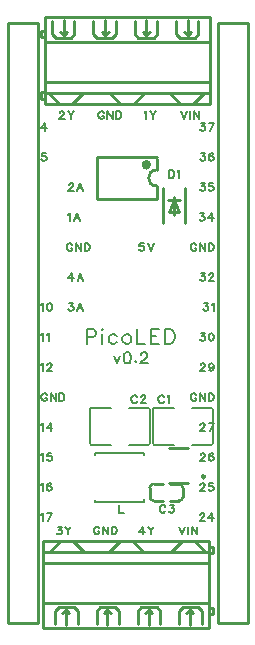
<source format=gto>
G04 Layer: TopSilkscreenLayer*
G04 EasyEDA Pro v2.2.39.2, 2025-05-20 15:29:26*
G04 Gerber Generator version 0.3*
G04 Scale: 100 percent, Rotated: No, Reflected: No*
G04 Dimensions in millimeters*
G04 Leading zeros omitted, absolute positions, 4 integers and 5 decimals*
G04 Generated by one-click*
%FSLAX45Y45*%
%MOMM*%
%ADD10C,0.1524*%
%ADD11C,0.2032*%
%ADD12C,0.254*%
%ADD13C,0.15001*%
%ADD14C,0.4*%
%ADD15C,0.2577*%
G75*


G04 Text Start*
G54D10*
G01X422783Y-4268216D02*
G01X456819Y-4268216D01*
G01X438277Y-4292854D01*
G01X447675Y-4292854D01*
G01X453771Y-4295902D01*
G01X456819Y-4299204D01*
G01X460121Y-4308348D01*
G01X460121Y-4314698D01*
G01X456819Y-4323842D01*
G01X450723Y-4330192D01*
G01X441579Y-4333240D01*
G01X432181Y-4333240D01*
G01X422783Y-4330192D01*
G01X419735Y-4326890D01*
G01X416687Y-4320794D01*
G01X490347Y-4268216D02*
G01X514985Y-4299204D01*
G01X514985Y-4333240D01*
G01X539877Y-4268216D02*
G01X514985Y-4299204D01*
G01X1146175Y-4268216D02*
G01X1115187Y-4311396D01*
G01X1161669Y-4311396D01*
G01X1146175Y-4268216D02*
G01X1146175Y-4333240D01*
G01X1191895Y-4268216D02*
G01X1216533Y-4299204D01*
G01X1216533Y-4333240D01*
G01X1241425Y-4268216D02*
G01X1216533Y-4299204D01*
G01X1451737Y-4268216D02*
G01X1476629Y-4333240D01*
G01X1501267Y-4268216D02*
G01X1476629Y-4333240D01*
G01X1531493Y-4268216D02*
G01X1531493Y-4333240D01*
G01X1561719Y-4268216D02*
G01X1561719Y-4333240D01*
G01X1561719Y-4268216D02*
G01X1604899Y-4333240D01*
G01X1604899Y-4268216D02*
G01X1604899Y-4333240D01*
G01X778129Y-4283710D02*
G01X775081Y-4277360D01*
G01X768731Y-4271264D01*
G01X762635Y-4268216D01*
G01X750189Y-4268216D01*
G01X744093Y-4271264D01*
G01X737743Y-4277360D01*
G01X734695Y-4283710D01*
G01X731647Y-4292854D01*
G01X731647Y-4308348D01*
G01X734695Y-4317746D01*
G01X737743Y-4323842D01*
G01X744093Y-4330192D01*
G01X750189Y-4333240D01*
G01X762635Y-4333240D01*
G01X768731Y-4330192D01*
G01X775081Y-4323842D01*
G01X778129Y-4317746D01*
G01X778129Y-4308348D01*
G01X762635Y-4308348D02*
G01X778129Y-4308348D01*
G01X808355Y-4268216D02*
G01X808355Y-4333240D01*
G01X808355Y-4268216D02*
G01X851535Y-4333240D01*
G01X851535Y-4268216D02*
G01X851535Y-4333240D01*
G01X881761Y-4268216D02*
G01X881761Y-4333240D01*
G01X881761Y-4268216D02*
G01X903351Y-4268216D01*
G01X912495Y-4271264D01*
G01X918845Y-4277360D01*
G01X921893Y-4283710D01*
G01X924941Y-4292854D01*
G01X924941Y-4308348D01*
G01X921893Y-4317746D01*
G01X918845Y-4323842D01*
G01X912495Y-4330192D01*
G01X903351Y-4333240D01*
G01X881761Y-4333240D01*
G01X1467231Y-750316D02*
G01X1492123Y-815340D01*
G01X1516761Y-750316D02*
G01X1492123Y-815340D01*
G01X1546987Y-750316D02*
G01X1546987Y-815340D01*
G01X1577213Y-750316D02*
G01X1577213Y-815340D01*
G01X1577213Y-750316D02*
G01X1620393Y-815340D01*
G01X1620393Y-750316D02*
G01X1620393Y-815340D01*
G01X1159764Y-762762D02*
G01X1165860Y-759460D01*
G01X1175258Y-750316D01*
G01X1175258Y-815340D01*
G01X1205484Y-750316D02*
G01X1230122Y-781304D01*
G01X1230122Y-815340D01*
G01X1255014Y-750316D02*
G01X1230122Y-781304D01*
G01X815213Y-765810D02*
G01X812165Y-759460D01*
G01X805815Y-753364D01*
G01X799719Y-750316D01*
G01X787273Y-750316D01*
G01X781177Y-753364D01*
G01X774827Y-759460D01*
G01X771779Y-765810D01*
G01X768731Y-774954D01*
G01X768731Y-790448D01*
G01X771779Y-799846D01*
G01X774827Y-805942D01*
G01X781177Y-812292D01*
G01X787273Y-815340D01*
G01X799719Y-815340D01*
G01X805815Y-812292D01*
G01X812165Y-805942D01*
G01X815213Y-799846D01*
G01X815213Y-790448D01*
G01X799719Y-790448D02*
G01X815213Y-790448D01*
G01X845439Y-750316D02*
G01X845439Y-815340D01*
G01X845439Y-750316D02*
G01X888619Y-815340D01*
G01X888619Y-750316D02*
G01X888619Y-815340D01*
G01X918845Y-750316D02*
G01X918845Y-815340D01*
G01X918845Y-750316D02*
G01X940435Y-750316D01*
G01X949579Y-753364D01*
G01X955929Y-759460D01*
G01X958977Y-765810D01*
G01X962025Y-774954D01*
G01X962025Y-790448D01*
G01X958977Y-799846D01*
G01X955929Y-805942D01*
G01X949579Y-812292D01*
G01X940435Y-815340D01*
G01X918845Y-815340D01*
G01X441579Y-765810D02*
G01X441579Y-762762D01*
G01X444627Y-756412D01*
G01X447929Y-753364D01*
G01X454025Y-750316D01*
G01X466471Y-750316D01*
G01X472567Y-753364D01*
G01X475615Y-756412D01*
G01X478663Y-762762D01*
G01X478663Y-768858D01*
G01X475615Y-774954D01*
G01X469519Y-784352D01*
G01X438531Y-815340D01*
G01X481965Y-815340D01*
G01X512191Y-750316D02*
G01X536829Y-781304D01*
G01X536829Y-815340D01*
G01X561721Y-750316D02*
G01X536829Y-781304D01*
G01X518668Y-1375410D02*
G01X518668Y-1372362D01*
G01X521716Y-1366012D01*
G01X525018Y-1362964D01*
G01X531114Y-1359916D01*
G01X543560Y-1359916D01*
G01X549656Y-1362964D01*
G01X552704Y-1366012D01*
G01X555752Y-1372362D01*
G01X555752Y-1378458D01*
G01X552704Y-1384554D01*
G01X546608Y-1393952D01*
G01X515620Y-1424940D01*
G01X559054Y-1424940D01*
G01X613918Y-1359916D02*
G01X589280Y-1424940D01*
G01X613918Y-1359916D02*
G01X638810Y-1424940D01*
G01X598424Y-1403096D02*
G01X629412Y-1403096D01*
G01X515620Y-1626362D02*
G01X521716Y-1623060D01*
G01X531114Y-1613916D01*
G01X531114Y-1678940D01*
G01X585978Y-1613916D02*
G01X561340Y-1678940D01*
G01X585978Y-1613916D02*
G01X610870Y-1678940D01*
G01X570484Y-1657096D02*
G01X601472Y-1657096D01*
G01X546608Y-2121916D02*
G01X515620Y-2165096D01*
G01X562102Y-2165096D01*
G01X546608Y-2121916D02*
G01X546608Y-2186940D01*
G01X616966Y-2121916D02*
G01X592328Y-2186940D01*
G01X616966Y-2121916D02*
G01X641858Y-2186940D01*
G01X601472Y-2165096D02*
G01X632460Y-2165096D01*
G01X521716Y-2375916D02*
G01X555752Y-2375916D01*
G01X537210Y-2400554D01*
G01X546608Y-2400554D01*
G01X552704Y-2403602D01*
G01X555752Y-2406904D01*
G01X559054Y-2416048D01*
G01X559054Y-2422398D01*
G01X555752Y-2431542D01*
G01X549656Y-2437892D01*
G01X540512Y-2440940D01*
G01X531114Y-2440940D01*
G01X521716Y-2437892D01*
G01X518668Y-2434590D01*
G01X515620Y-2428494D01*
G01X613918Y-2375916D02*
G01X589280Y-2440940D01*
G01X613918Y-2375916D02*
G01X638810Y-2440940D01*
G01X598424Y-2419096D02*
G01X629412Y-2419096D01*
G01X333502Y-3153410D02*
G01X330454Y-3147060D01*
G01X324104Y-3140964D01*
G01X318008Y-3137916D01*
G01X305562Y-3137916D01*
G01X299466Y-3140964D01*
G01X293116Y-3147060D01*
G01X290068Y-3153410D01*
G01X287020Y-3162554D01*
G01X287020Y-3178048D01*
G01X290068Y-3187446D01*
G01X293116Y-3193542D01*
G01X299466Y-3199892D01*
G01X305562Y-3202940D01*
G01X318008Y-3202940D01*
G01X324104Y-3199892D01*
G01X330454Y-3193542D01*
G01X333502Y-3187446D01*
G01X333502Y-3178048D01*
G01X318008Y-3178048D02*
G01X333502Y-3178048D01*
G01X363728Y-3137916D02*
G01X363728Y-3202940D01*
G01X363728Y-3137916D02*
G01X406908Y-3202940D01*
G01X406908Y-3137916D02*
G01X406908Y-3202940D01*
G01X437134Y-3137916D02*
G01X437134Y-3202940D01*
G01X437134Y-3137916D02*
G01X458724Y-3137916D01*
G01X467868Y-3140964D01*
G01X474218Y-3147060D01*
G01X477266Y-3153410D01*
G01X480314Y-3162554D01*
G01X480314Y-3178048D01*
G01X477266Y-3187446D01*
G01X474218Y-3193542D01*
G01X467868Y-3199892D01*
G01X458724Y-3202940D01*
G01X437134Y-3202940D01*
G01X1150874Y-1867916D02*
G01X1119886Y-1867916D01*
G01X1116838Y-1895602D01*
G01X1119886Y-1892554D01*
G01X1129284Y-1889506D01*
G01X1138682Y-1889506D01*
G01X1147826Y-1892554D01*
G01X1153922Y-1898904D01*
G01X1157224Y-1908048D01*
G01X1157224Y-1914398D01*
G01X1153922Y-1923542D01*
G01X1147826Y-1929892D01*
G01X1138682Y-1932940D01*
G01X1129284Y-1932940D01*
G01X1119886Y-1929892D01*
G01X1116838Y-1926590D01*
G01X1113790Y-1920494D01*
G01X1187450Y-1867916D02*
G01X1212088Y-1932940D01*
G01X1236980Y-1867916D02*
G01X1212088Y-1932940D01*
G01X287020Y-2388362D02*
G01X293116Y-2385060D01*
G01X302514Y-2375916D01*
G01X302514Y-2440940D01*
G01X351282Y-2375916D02*
G01X341884Y-2378964D01*
G01X335788Y-2388362D01*
G01X332740Y-2403602D01*
G01X332740Y-2413000D01*
G01X335788Y-2428494D01*
G01X341884Y-2437892D01*
G01X351282Y-2440940D01*
G01X357378Y-2440940D01*
G01X366776Y-2437892D01*
G01X372872Y-2428494D01*
G01X375920Y-2413000D01*
G01X375920Y-2403602D01*
G01X372872Y-2388362D01*
G01X366776Y-2378964D01*
G01X357378Y-2375916D01*
G01X351282Y-2375916D01*
G01X287020Y-3912362D02*
G01X293116Y-3909060D01*
G01X302514Y-3899916D01*
G01X302514Y-3964940D01*
G01X369824Y-3909060D02*
G01X366776Y-3902964D01*
G01X357378Y-3899916D01*
G01X351282Y-3899916D01*
G01X341884Y-3902964D01*
G01X335788Y-3912362D01*
G01X332740Y-3927602D01*
G01X332740Y-3943096D01*
G01X335788Y-3955542D01*
G01X341884Y-3961892D01*
G01X351282Y-3964940D01*
G01X354330Y-3964940D01*
G01X363474Y-3961892D01*
G01X369824Y-3955542D01*
G01X372872Y-3946398D01*
G01X372872Y-3943096D01*
G01X369824Y-3933952D01*
G01X363474Y-3927602D01*
G01X354330Y-3924554D01*
G01X351282Y-3924554D01*
G01X341884Y-3927602D01*
G01X335788Y-3933952D01*
G01X332740Y-3943096D01*
G01X318008Y-851916D02*
G01X287020Y-895096D01*
G01X333502Y-895096D01*
G01X318008Y-851916D02*
G01X318008Y-916940D01*
G01X324104Y-1105916D02*
G01X293116Y-1105916D01*
G01X290068Y-1133602D01*
G01X293116Y-1130554D01*
G01X302514Y-1127506D01*
G01X311912Y-1127506D01*
G01X321056Y-1130554D01*
G01X327152Y-1136904D01*
G01X330454Y-1146048D01*
G01X330454Y-1152398D01*
G01X327152Y-1161542D01*
G01X321056Y-1167892D01*
G01X311912Y-1170940D01*
G01X302514Y-1170940D01*
G01X293116Y-1167892D01*
G01X290068Y-1164590D01*
G01X287020Y-1158494D01*
G01X549402Y-1883410D02*
G01X546354Y-1877060D01*
G01X540004Y-1870964D01*
G01X533908Y-1867916D01*
G01X521462Y-1867916D01*
G01X515366Y-1870964D01*
G01X509016Y-1877060D01*
G01X505968Y-1883410D01*
G01X502920Y-1892554D01*
G01X502920Y-1908048D01*
G01X505968Y-1917446D01*
G01X509016Y-1923542D01*
G01X515366Y-1929892D01*
G01X521462Y-1932940D01*
G01X533908Y-1932940D01*
G01X540004Y-1929892D01*
G01X546354Y-1923542D01*
G01X549402Y-1917446D01*
G01X549402Y-1908048D01*
G01X533908Y-1908048D02*
G01X549402Y-1908048D01*
G01X579628Y-1867916D02*
G01X579628Y-1932940D01*
G01X579628Y-1867916D02*
G01X622808Y-1932940D01*
G01X622808Y-1867916D02*
G01X622808Y-1932940D01*
G01X653034Y-1867916D02*
G01X653034Y-1932940D01*
G01X653034Y-1867916D02*
G01X674624Y-1867916D01*
G01X683768Y-1870964D01*
G01X690118Y-1877060D01*
G01X693166Y-1883410D01*
G01X696214Y-1892554D01*
G01X696214Y-1908048D01*
G01X693166Y-1917446D01*
G01X690118Y-1923542D01*
G01X683768Y-1929892D01*
G01X674624Y-1932940D01*
G01X653034Y-1932940D01*
G01X1662176Y-2375916D02*
G01X1696212Y-2375916D01*
G01X1677670Y-2400554D01*
G01X1687068Y-2400554D01*
G01X1693164Y-2403602D01*
G01X1696212Y-2406904D01*
G01X1699514Y-2416048D01*
G01X1699514Y-2422398D01*
G01X1696212Y-2431542D01*
G01X1690116Y-2437892D01*
G01X1680972Y-2440940D01*
G01X1671574Y-2440940D01*
G01X1662176Y-2437892D01*
G01X1659128Y-2434590D01*
G01X1656080Y-2428494D01*
G01X1729740Y-2388362D02*
G01X1735836Y-2385060D01*
G01X1744980Y-2375916D01*
G01X1744980Y-2440940D01*
G01X1631188Y-3915410D02*
G01X1631188Y-3912362D01*
G01X1634236Y-3906012D01*
G01X1637538Y-3902964D01*
G01X1643634Y-3899916D01*
G01X1656080Y-3899916D01*
G01X1662176Y-3902964D01*
G01X1665224Y-3906012D01*
G01X1668272Y-3912362D01*
G01X1668272Y-3918458D01*
G01X1665224Y-3924554D01*
G01X1659128Y-3933952D01*
G01X1628140Y-3964940D01*
G01X1671574Y-3964940D01*
G01X1738884Y-3899916D02*
G01X1707896Y-3899916D01*
G01X1704848Y-3927602D01*
G01X1707896Y-3924554D01*
G01X1717040Y-3921506D01*
G01X1726438Y-3921506D01*
G01X1735836Y-3924554D01*
G01X1741932Y-3930904D01*
G01X1744980Y-3940048D01*
G01X1744980Y-3946398D01*
G01X1741932Y-3955542D01*
G01X1735836Y-3961892D01*
G01X1726438Y-3964940D01*
G01X1717040Y-3964940D01*
G01X1707896Y-3961892D01*
G01X1704848Y-3958590D01*
G01X1701800Y-3952494D01*
G01X1598168Y-3153410D02*
G01X1595120Y-3147060D01*
G01X1588770Y-3140964D01*
G01X1582674Y-3137916D01*
G01X1570228Y-3137916D01*
G01X1564132Y-3140964D01*
G01X1557782Y-3147060D01*
G01X1554734Y-3153410D01*
G01X1551686Y-3162554D01*
G01X1551686Y-3178048D01*
G01X1554734Y-3187446D01*
G01X1557782Y-3193542D01*
G01X1564132Y-3199892D01*
G01X1570228Y-3202940D01*
G01X1582674Y-3202940D01*
G01X1588770Y-3199892D01*
G01X1595120Y-3193542D01*
G01X1598168Y-3187446D01*
G01X1598168Y-3178048D01*
G01X1582674Y-3178048D02*
G01X1598168Y-3178048D01*
G01X1628394Y-3137916D02*
G01X1628394Y-3202940D01*
G01X1628394Y-3137916D02*
G01X1671574Y-3202940D01*
G01X1671574Y-3137916D02*
G01X1671574Y-3202940D01*
G01X1701800Y-3137916D02*
G01X1701800Y-3202940D01*
G01X1701800Y-3137916D02*
G01X1723390Y-3137916D01*
G01X1732534Y-3140964D01*
G01X1738884Y-3147060D01*
G01X1741932Y-3153410D01*
G01X1744980Y-3162554D01*
G01X1744980Y-3178048D01*
G01X1741932Y-3187446D01*
G01X1738884Y-3193542D01*
G01X1732534Y-3199892D01*
G01X1723390Y-3202940D01*
G01X1701800Y-3202940D01*
G01X1366520Y-1251966D02*
G01X1366520Y-1316990D01*
G01X1366520Y-1251966D02*
G01X1388110Y-1251966D01*
G01X1397508Y-1255014D01*
G01X1403604Y-1261110D01*
G01X1406652Y-1267460D01*
G01X1409954Y-1276604D01*
G01X1409954Y-1292098D01*
G01X1406652Y-1301496D01*
G01X1403604Y-1307592D01*
G01X1397508Y-1313942D01*
G01X1388110Y-1316990D01*
G01X1366520Y-1316990D01*
G01X1440180Y-1264412D02*
G01X1446276Y-1261110D01*
G01X1455420Y-1251966D01*
G01X1455420Y-1316990D01*
G01X287020Y-2642362D02*
G01X293116Y-2639060D01*
G01X302514Y-2629916D01*
G01X302514Y-2694940D01*
G01X332740Y-2642362D02*
G01X338836Y-2639060D01*
G01X347980Y-2629916D01*
G01X347980Y-2694940D01*
G01X287020Y-2896362D02*
G01X293116Y-2893060D01*
G01X302514Y-2883916D01*
G01X302514Y-2948940D01*
G01X335788Y-2899410D02*
G01X335788Y-2896362D01*
G01X338836Y-2890012D01*
G01X341884Y-2886964D01*
G01X347980Y-2883916D01*
G01X360426Y-2883916D01*
G01X366776Y-2886964D01*
G01X369824Y-2890012D01*
G01X372872Y-2896362D01*
G01X372872Y-2902458D01*
G01X369824Y-2908554D01*
G01X363474Y-2917952D01*
G01X332740Y-2948940D01*
G01X375920Y-2948940D01*
G01X287020Y-3404362D02*
G01X293116Y-3401060D01*
G01X302514Y-3391916D01*
G01X302514Y-3456940D01*
G01X363474Y-3391916D02*
G01X332740Y-3435096D01*
G01X378968Y-3435096D01*
G01X363474Y-3391916D02*
G01X363474Y-3456940D01*
G01X287020Y-3658362D02*
G01X293116Y-3655060D01*
G01X302514Y-3645916D01*
G01X302514Y-3710940D01*
G01X369824Y-3645916D02*
G01X338836Y-3645916D01*
G01X335788Y-3673602D01*
G01X338836Y-3670554D01*
G01X347980Y-3667506D01*
G01X357378Y-3667506D01*
G01X366776Y-3670554D01*
G01X372872Y-3676904D01*
G01X375920Y-3686048D01*
G01X375920Y-3692398D01*
G01X372872Y-3701542D01*
G01X366776Y-3707892D01*
G01X357378Y-3710940D01*
G01X347980Y-3710940D01*
G01X338836Y-3707892D01*
G01X335788Y-3704590D01*
G01X332740Y-3698494D01*
G01X287020Y-4166362D02*
G01X293116Y-4163060D01*
G01X302514Y-4153916D01*
G01X302514Y-4218940D01*
G01X375920Y-4153916D02*
G01X344932Y-4218940D01*
G01X332740Y-4153916D02*
G01X375920Y-4153916D01*
G01X1628140Y-4169410D02*
G01X1628140Y-4166362D01*
G01X1631188Y-4160012D01*
G01X1634490Y-4156964D01*
G01X1640586Y-4153916D01*
G01X1653032Y-4153916D01*
G01X1659128Y-4156964D01*
G01X1662176Y-4160012D01*
G01X1665224Y-4166362D01*
G01X1665224Y-4172458D01*
G01X1662176Y-4178554D01*
G01X1656080Y-4187952D01*
G01X1625092Y-4218940D01*
G01X1668526Y-4218940D01*
G01X1729486Y-4153916D02*
G01X1698752Y-4197096D01*
G01X1744980Y-4197096D01*
G01X1729486Y-4153916D02*
G01X1729486Y-4218940D01*
G01X1634236Y-3661410D02*
G01X1634236Y-3658362D01*
G01X1637284Y-3652012D01*
G01X1640586Y-3648964D01*
G01X1646682Y-3645916D01*
G01X1659128Y-3645916D01*
G01X1665224Y-3648964D01*
G01X1668272Y-3652012D01*
G01X1671320Y-3658362D01*
G01X1671320Y-3664458D01*
G01X1668272Y-3670554D01*
G01X1662176Y-3679952D01*
G01X1631188Y-3710940D01*
G01X1674622Y-3710940D01*
G01X1741932Y-3655060D02*
G01X1738884Y-3648964D01*
G01X1729486Y-3645916D01*
G01X1723390Y-3645916D01*
G01X1713992Y-3648964D01*
G01X1707896Y-3658362D01*
G01X1704848Y-3673602D01*
G01X1704848Y-3689096D01*
G01X1707896Y-3701542D01*
G01X1713992Y-3707892D01*
G01X1723390Y-3710940D01*
G01X1726438Y-3710940D01*
G01X1735582Y-3707892D01*
G01X1741932Y-3701542D01*
G01X1744980Y-3692398D01*
G01X1744980Y-3689096D01*
G01X1741932Y-3679952D01*
G01X1735582Y-3673602D01*
G01X1726438Y-3670554D01*
G01X1723390Y-3670554D01*
G01X1713992Y-3673602D01*
G01X1707896Y-3679952D01*
G01X1704848Y-3689096D01*
G01X1631188Y-3407410D02*
G01X1631188Y-3404362D01*
G01X1634236Y-3398012D01*
G01X1637538Y-3394964D01*
G01X1643634Y-3391916D01*
G01X1656080Y-3391916D01*
G01X1662176Y-3394964D01*
G01X1665224Y-3398012D01*
G01X1668272Y-3404362D01*
G01X1668272Y-3410458D01*
G01X1665224Y-3416554D01*
G01X1659128Y-3425952D01*
G01X1628140Y-3456940D01*
G01X1671574Y-3456940D01*
G01X1744980Y-3391916D02*
G01X1713992Y-3456940D01*
G01X1701800Y-3391916D02*
G01X1744980Y-3391916D01*
G01X1634236Y-2121916D02*
G01X1668272Y-2121916D01*
G01X1649730Y-2146554D01*
G01X1659128Y-2146554D01*
G01X1665224Y-2149602D01*
G01X1668272Y-2152904D01*
G01X1671574Y-2162048D01*
G01X1671574Y-2168398D01*
G01X1668272Y-2177542D01*
G01X1662176Y-2183892D01*
G01X1653032Y-2186940D01*
G01X1643634Y-2186940D01*
G01X1634236Y-2183892D01*
G01X1631188Y-2180590D01*
G01X1628140Y-2174494D01*
G01X1704848Y-2137410D02*
G01X1704848Y-2134362D01*
G01X1707896Y-2128012D01*
G01X1710944Y-2124964D01*
G01X1717040Y-2121916D01*
G01X1729486Y-2121916D01*
G01X1735836Y-2124964D01*
G01X1738884Y-2128012D01*
G01X1741932Y-2134362D01*
G01X1741932Y-2140458D01*
G01X1738884Y-2146554D01*
G01X1732534Y-2155952D01*
G01X1701800Y-2186940D01*
G01X1744980Y-2186940D01*
G01X1634236Y-2629916D02*
G01X1668272Y-2629916D01*
G01X1649730Y-2654554D01*
G01X1659128Y-2654554D01*
G01X1665224Y-2657602D01*
G01X1668272Y-2660904D01*
G01X1671574Y-2670048D01*
G01X1671574Y-2676398D01*
G01X1668272Y-2685542D01*
G01X1662176Y-2691892D01*
G01X1653032Y-2694940D01*
G01X1643634Y-2694940D01*
G01X1634236Y-2691892D01*
G01X1631188Y-2688590D01*
G01X1628140Y-2682494D01*
G01X1720342Y-2629916D02*
G01X1710944Y-2632964D01*
G01X1704848Y-2642362D01*
G01X1701800Y-2657602D01*
G01X1701800Y-2667000D01*
G01X1704848Y-2682494D01*
G01X1710944Y-2691892D01*
G01X1720342Y-2694940D01*
G01X1726438Y-2694940D01*
G01X1735836Y-2691892D01*
G01X1741932Y-2682494D01*
G01X1744980Y-2667000D01*
G01X1744980Y-2657602D01*
G01X1741932Y-2642362D01*
G01X1735836Y-2632964D01*
G01X1726438Y-2629916D01*
G01X1720342Y-2629916D01*
G01X1634236Y-2899410D02*
G01X1634236Y-2896362D01*
G01X1637284Y-2890012D01*
G01X1640586Y-2886964D01*
G01X1646682Y-2883916D01*
G01X1659128Y-2883916D01*
G01X1665224Y-2886964D01*
G01X1668272Y-2890012D01*
G01X1671320Y-2896362D01*
G01X1671320Y-2902458D01*
G01X1668272Y-2908554D01*
G01X1662176Y-2917952D01*
G01X1631188Y-2948940D01*
G01X1674622Y-2948940D01*
G01X1744980Y-2905506D02*
G01X1741932Y-2914904D01*
G01X1735582Y-2921000D01*
G01X1726438Y-2924048D01*
G01X1723390Y-2924048D01*
G01X1713992Y-2921000D01*
G01X1707896Y-2914904D01*
G01X1704848Y-2905506D01*
G01X1704848Y-2902458D01*
G01X1707896Y-2893060D01*
G01X1713992Y-2886964D01*
G01X1723390Y-2883916D01*
G01X1726438Y-2883916D01*
G01X1735582Y-2886964D01*
G01X1741932Y-2893060D01*
G01X1744980Y-2905506D01*
G01X1744980Y-2921000D01*
G01X1741932Y-2936494D01*
G01X1735582Y-2945892D01*
G01X1726438Y-2948940D01*
G01X1720088Y-2948940D01*
G01X1710944Y-2945892D01*
G01X1707896Y-2939542D01*
G01X1637284Y-1105916D02*
G01X1671320Y-1105916D01*
G01X1652778Y-1130554D01*
G01X1662176Y-1130554D01*
G01X1668272Y-1133602D01*
G01X1671320Y-1136904D01*
G01X1674622Y-1146048D01*
G01X1674622Y-1152398D01*
G01X1671320Y-1161542D01*
G01X1665224Y-1167892D01*
G01X1656080Y-1170940D01*
G01X1646682Y-1170940D01*
G01X1637284Y-1167892D01*
G01X1634236Y-1164590D01*
G01X1631188Y-1158494D01*
G01X1741932Y-1115060D02*
G01X1738884Y-1108964D01*
G01X1729486Y-1105916D01*
G01X1723390Y-1105916D01*
G01X1713992Y-1108964D01*
G01X1707896Y-1118362D01*
G01X1704848Y-1133602D01*
G01X1704848Y-1149096D01*
G01X1707896Y-1161542D01*
G01X1713992Y-1167892D01*
G01X1723390Y-1170940D01*
G01X1726438Y-1170940D01*
G01X1735582Y-1167892D01*
G01X1741932Y-1161542D01*
G01X1744980Y-1152398D01*
G01X1744980Y-1149096D01*
G01X1741932Y-1139952D01*
G01X1735582Y-1133602D01*
G01X1726438Y-1130554D01*
G01X1723390Y-1130554D01*
G01X1713992Y-1133602D01*
G01X1707896Y-1139952D01*
G01X1704848Y-1149096D01*
G01X1634236Y-851916D02*
G01X1668272Y-851916D01*
G01X1649730Y-876554D01*
G01X1659128Y-876554D01*
G01X1665224Y-879602D01*
G01X1668272Y-882904D01*
G01X1671574Y-892048D01*
G01X1671574Y-898398D01*
G01X1668272Y-907542D01*
G01X1662176Y-913892D01*
G01X1653032Y-916940D01*
G01X1643634Y-916940D01*
G01X1634236Y-913892D01*
G01X1631188Y-910590D01*
G01X1628140Y-904494D01*
G01X1744980Y-851916D02*
G01X1713992Y-916940D01*
G01X1701800Y-851916D02*
G01X1744980Y-851916D01*
G01X1598168Y-1883410D02*
G01X1595120Y-1877060D01*
G01X1588770Y-1870964D01*
G01X1582674Y-1867916D01*
G01X1570228Y-1867916D01*
G01X1564132Y-1870964D01*
G01X1557782Y-1877060D01*
G01X1554734Y-1883410D01*
G01X1551686Y-1892554D01*
G01X1551686Y-1908048D01*
G01X1554734Y-1917446D01*
G01X1557782Y-1923542D01*
G01X1564132Y-1929892D01*
G01X1570228Y-1932940D01*
G01X1582674Y-1932940D01*
G01X1588770Y-1929892D01*
G01X1595120Y-1923542D01*
G01X1598168Y-1917446D01*
G01X1598168Y-1908048D01*
G01X1582674Y-1908048D02*
G01X1598168Y-1908048D01*
G01X1628394Y-1867916D02*
G01X1628394Y-1932940D01*
G01X1628394Y-1867916D02*
G01X1671574Y-1932940D01*
G01X1671574Y-1867916D02*
G01X1671574Y-1932940D01*
G01X1701800Y-1867916D02*
G01X1701800Y-1932940D01*
G01X1701800Y-1867916D02*
G01X1723390Y-1867916D01*
G01X1732534Y-1870964D01*
G01X1738884Y-1877060D01*
G01X1741932Y-1883410D01*
G01X1744980Y-1892554D01*
G01X1744980Y-1908048D01*
G01X1741932Y-1917446D01*
G01X1738884Y-1923542D01*
G01X1732534Y-1929892D01*
G01X1723390Y-1932940D01*
G01X1701800Y-1932940D01*
G01X1631188Y-1613916D02*
G01X1665224Y-1613916D01*
G01X1646682Y-1638554D01*
G01X1656080Y-1638554D01*
G01X1662176Y-1641602D01*
G01X1665224Y-1644904D01*
G01X1668526Y-1654048D01*
G01X1668526Y-1660398D01*
G01X1665224Y-1669542D01*
G01X1659128Y-1675892D01*
G01X1649984Y-1678940D01*
G01X1640586Y-1678940D01*
G01X1631188Y-1675892D01*
G01X1628140Y-1672590D01*
G01X1625092Y-1666494D01*
G01X1729486Y-1613916D02*
G01X1698752Y-1657096D01*
G01X1744980Y-1657096D01*
G01X1729486Y-1613916D02*
G01X1729486Y-1678940D01*
G01X1634236Y-1359916D02*
G01X1668272Y-1359916D01*
G01X1649730Y-1384554D01*
G01X1659128Y-1384554D01*
G01X1665224Y-1387602D01*
G01X1668272Y-1390904D01*
G01X1671574Y-1400048D01*
G01X1671574Y-1406398D01*
G01X1668272Y-1415542D01*
G01X1662176Y-1421892D01*
G01X1653032Y-1424940D01*
G01X1643634Y-1424940D01*
G01X1634236Y-1421892D01*
G01X1631188Y-1418590D01*
G01X1628140Y-1412494D01*
G01X1738884Y-1359916D02*
G01X1707896Y-1359916D01*
G01X1704848Y-1387602D01*
G01X1707896Y-1384554D01*
G01X1717040Y-1381506D01*
G01X1726438Y-1381506D01*
G01X1735836Y-1384554D01*
G01X1741932Y-1390904D01*
G01X1744980Y-1400048D01*
G01X1744980Y-1406398D01*
G01X1741932Y-1415542D01*
G01X1735836Y-1421892D01*
G01X1726438Y-1424940D01*
G01X1717040Y-1424940D01*
G01X1707896Y-1421892D01*
G01X1704848Y-1418590D01*
G01X1701800Y-1412494D01*
G01X1324102Y-3172460D02*
G01X1321054Y-3166110D01*
G01X1314704Y-3160014D01*
G01X1308608Y-3156966D01*
G01X1296162Y-3156966D01*
G01X1290066Y-3160014D01*
G01X1283716Y-3166110D01*
G01X1280668Y-3172460D01*
G01X1277620Y-3181604D01*
G01X1277620Y-3197098D01*
G01X1280668Y-3206496D01*
G01X1283716Y-3212592D01*
G01X1290066Y-3218942D01*
G01X1296162Y-3221990D01*
G01X1308608Y-3221990D01*
G01X1314704Y-3218942D01*
G01X1321054Y-3212592D01*
G01X1324102Y-3206496D01*
G01X1354328Y-3169412D02*
G01X1360424Y-3166110D01*
G01X1369568Y-3156966D01*
G01X1369568Y-3221990D01*
G01X1336802Y-4099560D02*
G01X1333754Y-4093210D01*
G01X1327404Y-4087114D01*
G01X1321308Y-4084066D01*
G01X1308862Y-4084066D01*
G01X1302766Y-4087114D01*
G01X1296416Y-4093210D01*
G01X1293368Y-4099560D01*
G01X1290320Y-4108704D01*
G01X1290320Y-4124198D01*
G01X1293368Y-4133596D01*
G01X1296416Y-4139692D01*
G01X1302766Y-4146042D01*
G01X1308862Y-4149090D01*
G01X1321308Y-4149090D01*
G01X1327404Y-4146042D01*
G01X1333754Y-4139692D01*
G01X1336802Y-4133596D01*
G01X1373124Y-4084066D02*
G01X1407160Y-4084066D01*
G01X1388618Y-4108704D01*
G01X1397762Y-4108704D01*
G01X1404112Y-4111752D01*
G01X1407160Y-4115054D01*
G01X1410208Y-4124198D01*
G01X1410208Y-4130548D01*
G01X1407160Y-4139692D01*
G01X1401064Y-4146042D01*
G01X1391666Y-4149090D01*
G01X1382268Y-4149090D01*
G01X1373124Y-4146042D01*
G01X1370076Y-4142740D01*
G01X1367028Y-4136644D01*
G01X1095502Y-3172460D02*
G01X1092454Y-3166110D01*
G01X1086104Y-3160014D01*
G01X1080008Y-3156966D01*
G01X1067562Y-3156966D01*
G01X1061466Y-3160014D01*
G01X1055116Y-3166110D01*
G01X1052068Y-3172460D01*
G01X1049020Y-3181604D01*
G01X1049020Y-3197098D01*
G01X1052068Y-3206496D01*
G01X1055116Y-3212592D01*
G01X1061466Y-3218942D01*
G01X1067562Y-3221990D01*
G01X1080008Y-3221990D01*
G01X1086104Y-3218942D01*
G01X1092454Y-3212592D01*
G01X1095502Y-3206496D01*
G01X1128776Y-3172460D02*
G01X1128776Y-3169412D01*
G01X1131824Y-3163062D01*
G01X1134872Y-3160014D01*
G01X1140968Y-3156966D01*
G01X1153414Y-3156966D01*
G01X1159764Y-3160014D01*
G01X1162812Y-3163062D01*
G01X1165860Y-3169412D01*
G01X1165860Y-3175508D01*
G01X1162812Y-3181604D01*
G01X1156462Y-3191002D01*
G01X1125728Y-3221990D01*
G01X1168908Y-3221990D01*
G01X947420Y-4084066D02*
G01X947420Y-4149090D01*
G01X947420Y-4149090D02*
G01X984504Y-4149090D01*
G54D11*
G01X669417Y-2598420D02*
G01X669417Y-2718562D01*
G01X669417Y-2598420D02*
G01X720979Y-2598420D01*
G01X737997Y-2604262D01*
G01X743839Y-2609850D01*
G01X749427Y-2621280D01*
G01X749427Y-2638552D01*
G01X743839Y-2649982D01*
G01X737997Y-2655570D01*
G01X720979Y-2661412D01*
G01X669417Y-2661412D01*
G01X797179Y-2598420D02*
G01X803021Y-2604262D01*
G01X808609Y-2598420D01*
G01X803021Y-2592832D01*
G01X797179Y-2598420D01*
G01X803021Y-2638552D02*
G01X803021Y-2718562D01*
G01X924941Y-2655570D02*
G01X913511Y-2644140D01*
G01X902081Y-2638552D01*
G01X885063Y-2638552D01*
G01X873633Y-2644140D01*
G01X862203Y-2655570D01*
G01X856361Y-2672842D01*
G01X856361Y-2684272D01*
G01X862203Y-2701290D01*
G01X873633Y-2712720D01*
G01X885063Y-2718562D01*
G01X902081Y-2718562D01*
G01X913511Y-2712720D01*
G01X924941Y-2701290D01*
G01X1001395Y-2638552D02*
G01X989965Y-2644140D01*
G01X978535Y-2655570D01*
G01X972693Y-2672842D01*
G01X972693Y-2684272D01*
G01X978535Y-2701290D01*
G01X989965Y-2712720D01*
G01X1001395Y-2718562D01*
G01X1018413Y-2718562D01*
G01X1029843Y-2712720D01*
G01X1041273Y-2701290D01*
G01X1047115Y-2684272D01*
G01X1047115Y-2672842D01*
G01X1041273Y-2655570D01*
G01X1029843Y-2644140D01*
G01X1018413Y-2638552D01*
G01X1001395Y-2638552D01*
G01X1094867Y-2598420D02*
G01X1094867Y-2718562D01*
G01X1094867Y-2718562D02*
G01X1163447Y-2718562D01*
G01X1211199Y-2598420D02*
G01X1211199Y-2718562D01*
G01X1211199Y-2598420D02*
G01X1285621Y-2598420D01*
G01X1211199Y-2655570D02*
G01X1256919Y-2655570D01*
G01X1211199Y-2718562D02*
G01X1285621Y-2718562D01*
G01X1333373Y-2598420D02*
G01X1333373Y-2718562D01*
G01X1333373Y-2598420D02*
G01X1373505Y-2598420D01*
G01X1390523Y-2604262D01*
G01X1401953Y-2615692D01*
G01X1407795Y-2627122D01*
G01X1413383Y-2644140D01*
G01X1413383Y-2672842D01*
G01X1407795Y-2689860D01*
G01X1401953Y-2701290D01*
G01X1390523Y-2712720D01*
G01X1373505Y-2718562D01*
G01X1333373Y-2718562D01*
G54D10*
G01X897636Y-2823464D02*
G01X923290Y-2883408D01*
G01X949198Y-2823464D02*
G01X923290Y-2883408D01*
G01X1010666Y-2793492D02*
G01X997966Y-2797556D01*
G01X989330Y-2810510D01*
G01X985012Y-2831846D01*
G01X985012Y-2844800D01*
G01X989330Y-2866136D01*
G01X997966Y-2879090D01*
G01X1010666Y-2883408D01*
G01X1019302Y-2883408D01*
G01X1032256Y-2879090D01*
G01X1040638Y-2866136D01*
G01X1044956Y-2844800D01*
G01X1044956Y-2831846D01*
G01X1040638Y-2810510D01*
G01X1032256Y-2797556D01*
G01X1019302Y-2793492D01*
G01X1010666Y-2793492D01*
G01X1085088Y-2862072D02*
G01X1080770Y-2866136D01*
G01X1085088Y-2870454D01*
G01X1089406Y-2866136D01*
G01X1085088Y-2862072D01*
G01X1129538Y-2814828D02*
G01X1129538Y-2810510D01*
G01X1133856Y-2801874D01*
G01X1138174Y-2797556D01*
G01X1146556Y-2793492D01*
G01X1163828Y-2793492D01*
G01X1172464Y-2797556D01*
G01X1176782Y-2801874D01*
G01X1180846Y-2810510D01*
G01X1180846Y-2819146D01*
G01X1176782Y-2827782D01*
G01X1168146Y-2840482D01*
G01X1125220Y-2883408D01*
G01X1185164Y-2883408D01*
G04 Text End*

G04 PolygonModel Start*
G54D12*
G01X1525825Y-3898474D02*
G01X1365825Y-3898474D01*
G01X1365825Y-3598475D02*
G01X1525825Y-3598475D01*
G01X760921Y-1490048D02*
G01X760921Y-1141705D01*
G01X1262380Y-1384300D02*
G01X1262380Y-1490048D01*
G01X1262380Y-1155700D02*
G01X1262380Y-1247140D01*
G01X1262380Y-1141705D02*
G01X760921Y-1141705D01*
G01X1262380Y-1490048D02*
G01X760921Y-1490048D01*
G01X1262380Y-1384300D02*
G02X1262380Y-1247140I0J68580D01*
G54D13*
G01X1157525Y-3661076D02*
G01X1157525Y-3640456D01*
G01X1157525Y-3640456D02*
G01X742281Y-3640456D01*
G01X742281Y-3640456D02*
G01X742525Y-3660075D01*
G01X743525Y-4040074D02*
G01X743515Y-4059625D01*
G01X743515Y-4059625D02*
G01X1158805Y-4059625D01*
G01X1158805Y-4059625D02*
G01X1158526Y-4038075D01*
G54D12*
G01X566016Y12502D02*
G01X566016Y-97483D01*
G01X566016Y-97483D02*
G01X536044Y-127706D01*
G01X536044Y-127706D02*
G01X416159Y-127706D01*
G01X416159Y-127706D02*
G01X405994Y-127706D01*
G01X405994Y-127706D02*
G01X376024Y-97483D01*
G01X376024Y-97483D02*
G01X376024Y12502D01*
G01X476019Y-107503D02*
G01X476019Y22497D01*
G01X476011Y-107503D02*
G01X446016Y-77503D01*
G01X476019Y-107503D02*
G01X506019Y-77503D01*
G01X916003Y12502D02*
G01X916003Y-97483D01*
G01X916003Y-97483D02*
G01X886031Y-127706D01*
G01X886031Y-127706D02*
G01X766145Y-127706D01*
G01X766145Y-127706D02*
G01X755980Y-127706D01*
G01X755980Y-127706D02*
G01X726011Y-97483D01*
G01X726011Y-97483D02*
G01X726011Y12502D01*
G01X826005Y-107503D02*
G01X826005Y22497D01*
G01X825998Y-107503D02*
G01X796003Y-77503D01*
G01X826005Y-107503D02*
G01X856005Y-77503D01*
G01X1266015Y12502D02*
G01X1266015Y-97483D01*
G01X1266015Y-97483D02*
G01X1236043Y-127706D01*
G01X1236043Y-127706D02*
G01X1116157Y-127706D01*
G01X1116157Y-127706D02*
G01X1105992Y-127706D01*
G01X1105992Y-127706D02*
G01X1076023Y-97483D01*
G01X1076023Y-97483D02*
G01X1076023Y12502D01*
G01X1176017Y-107503D02*
G01X1176017Y22497D01*
G01X1176010Y-107503D02*
G01X1146015Y-77503D01*
G01X1176017Y-107503D02*
G01X1206017Y-77503D01*
G01X1616001Y12499D02*
G01X1616001Y-97483D01*
G01X1616001Y-97483D02*
G01X1586029Y-127709D01*
G01X1586029Y-127709D02*
G01X1466141Y-127709D01*
G01X1466141Y-127709D02*
G01X1455981Y-127709D01*
G01X1455981Y-127709D02*
G01X1426009Y-97483D01*
G01X1426009Y-97483D02*
G01X1426009Y12499D01*
G01X1526002Y-107500D02*
G01X1526002Y22499D01*
G01X1526002Y-107500D02*
G01X1525999Y-107500D01*
G01X1525999Y-107500D02*
G01X1495999Y-77500D01*
G01X1526002Y-107500D02*
G01X1556001Y-77500D01*
G01X315999Y-692501D02*
G01X315999Y47501D01*
G01X315999Y-124127D02*
G01X280998Y-124127D01*
G01X280998Y-124127D02*
G01X280998Y-68108D01*
G01X280998Y-68108D02*
G01X315999Y-68108D01*
G01X280998Y-643519D02*
G01X280998Y-587499D01*
G01X280998Y-587499D02*
G01X315999Y-587499D01*
G01X315999Y-643519D02*
G01X280998Y-643519D01*
G01X1716001Y-163459D02*
G01X315999Y-163459D01*
G01X435935Y-692287D02*
G01X435935Y-687438D01*
G01X435935Y-687438D02*
G01X348854Y-600349D01*
G01X546608Y-692287D02*
G01X546608Y-691065D01*
G01X546608Y-691065D02*
G01X637327Y-600349D01*
G01X955937Y-692287D02*
G01X955937Y-687438D01*
G01X955937Y-687438D02*
G01X868855Y-600349D01*
G01X1066610Y-692287D02*
G01X1066610Y-691065D01*
G01X1066610Y-691065D02*
G01X1157328Y-600349D01*
G01X1461463Y-692501D02*
G01X1461463Y-687654D01*
G01X1461463Y-687654D02*
G01X1374376Y-600568D01*
G01X1572133Y-692501D02*
G01X1572133Y-691284D01*
G01X1572133Y-691284D02*
G01X1662849Y-600568D01*
G01X1716001Y-600568D02*
G01X315999Y-600568D01*
G01X1716001Y-506494D02*
G01X315999Y-506494D01*
G01X1716001Y47501D02*
G01X315999Y47501D01*
G01X1716001Y-692501D02*
G01X1716001Y47501D01*
G01X1716001Y-692501D02*
G01X315999Y-692501D01*
G01X1453284Y-5092502D02*
G01X1453284Y-4982517D01*
G01X1453284Y-4982517D02*
G01X1483256Y-4952294D01*
G01X1483256Y-4952294D02*
G01X1603141Y-4952294D01*
G01X1603141Y-4952294D02*
G01X1613306Y-4952294D01*
G01X1613306Y-4952294D02*
G01X1643276Y-4982517D01*
G01X1643276Y-4982517D02*
G01X1643276Y-5092502D01*
G01X1543281Y-4972497D02*
G01X1543281Y-5102497D01*
G01X1543289Y-4972497D02*
G01X1573284Y-5002497D01*
G01X1543281Y-4972497D02*
G01X1513281Y-5002497D01*
G01X1103297Y-5092502D02*
G01X1103297Y-4982517D01*
G01X1103297Y-4982517D02*
G01X1133269Y-4952294D01*
G01X1133269Y-4952294D02*
G01X1253155Y-4952294D01*
G01X1253155Y-4952294D02*
G01X1263320Y-4952294D01*
G01X1263320Y-4952294D02*
G01X1293289Y-4982517D01*
G01X1293289Y-4982517D02*
G01X1293289Y-5092502D01*
G01X1193295Y-4972497D02*
G01X1193295Y-5102497D01*
G01X1193302Y-4972497D02*
G01X1223297Y-5002497D01*
G01X1193295Y-4972497D02*
G01X1163295Y-5002497D01*
G01X753285Y-5092502D02*
G01X753285Y-4982517D01*
G01X753285Y-4982517D02*
G01X783257Y-4952294D01*
G01X783257Y-4952294D02*
G01X903143Y-4952294D01*
G01X903143Y-4952294D02*
G01X913308Y-4952294D01*
G01X913308Y-4952294D02*
G01X943277Y-4982517D01*
G01X943277Y-4982517D02*
G01X943277Y-5092502D01*
G01X843283Y-4972497D02*
G01X843283Y-5102497D01*
G01X843290Y-4972497D02*
G01X873285Y-5002497D01*
G01X843283Y-4972497D02*
G01X813283Y-5002497D01*
G01X403299Y-5092499D02*
G01X403299Y-4982517D01*
G01X403299Y-4982517D02*
G01X433271Y-4952291D01*
G01X433271Y-4952291D02*
G01X553159Y-4952291D01*
G01X553159Y-4952291D02*
G01X563319Y-4952291D01*
G01X563319Y-4952291D02*
G01X593291Y-4982517D01*
G01X593291Y-4982517D02*
G01X593291Y-5092499D01*
G01X493298Y-4972500D02*
G01X493298Y-5102499D01*
G01X493298Y-4972500D02*
G01X493301Y-4972500D01*
G01X493301Y-4972500D02*
G01X523301Y-5002500D01*
G01X493298Y-4972500D02*
G01X463299Y-5002500D01*
G01X1703301Y-4387499D02*
G01X1703301Y-5127501D01*
G01X1703301Y-4955873D02*
G01X1738302Y-4955873D01*
G01X1738302Y-4955873D02*
G01X1738302Y-5011892D01*
G01X1738302Y-5011892D02*
G01X1703301Y-5011892D01*
G01X1738302Y-4436481D02*
G01X1738302Y-4492501D01*
G01X1738302Y-4492501D02*
G01X1703301Y-4492501D01*
G01X1703301Y-4436481D02*
G01X1738302Y-4436481D01*
G01X303299Y-4916541D02*
G01X1703301Y-4916541D01*
G01X1583365Y-4387713D02*
G01X1583365Y-4392562D01*
G01X1583365Y-4392562D02*
G01X1670446Y-4479651D01*
G01X1472692Y-4387713D02*
G01X1472692Y-4388935D01*
G01X1472692Y-4388935D02*
G01X1381973Y-4479651D01*
G01X1063363Y-4387713D02*
G01X1063363Y-4392562D01*
G01X1063363Y-4392562D02*
G01X1150445Y-4479651D01*
G01X952691Y-4387713D02*
G01X952691Y-4388935D01*
G01X952691Y-4388935D02*
G01X861972Y-4479651D01*
G01X557837Y-4387499D02*
G01X557837Y-4392346D01*
G01X557837Y-4392346D02*
G01X644924Y-4479432D01*
G01X447167Y-4387499D02*
G01X447167Y-4388716D01*
G01X447167Y-4388716D02*
G01X356451Y-4479432D01*
G01X303299Y-4479432D02*
G01X1703301Y-4479432D01*
G01X303299Y-4573506D02*
G01X1703301Y-4573506D01*
G01X303299Y-5127501D02*
G01X1703301Y-5127501D01*
G01X303299Y-4387499D02*
G01X303299Y-5127501D01*
G01X303299Y-4387499D02*
G01X1703301Y-4387499D01*
G54D10*
G01X694166Y-3275654D02*
G01X694166Y-3560896D01*
G01X709406Y-3576136D02*
G01X872905Y-3576136D01*
G01X872905Y-3260414D02*
G01X709406Y-3260414D01*
G01X1191645Y-3576136D02*
G01X1028145Y-3576136D01*
G01X1028145Y-3260414D02*
G01X1191645Y-3260414D01*
G01X1206885Y-3275654D02*
G01X1206885Y-3560896D01*
G01X709406Y-3260414D02*
G03X694166Y-3275654I0J-15240D01*
G01X694166Y-3560896D02*
G03X709406Y-3576136I15240J0D01*
G01X1191645Y-3260414D02*
G02X1206885Y-3275654I0J-15240D01*
G01X1206885Y-3560896D02*
G02X1191645Y-3576136I-15240J0D01*
G54D12*
G01X1316207Y-4048032D02*
G01X1236209Y-4048032D01*
G01X1372252Y-4048078D02*
G01X1452249Y-4048078D01*
G01X1316207Y-3906064D02*
G01X1236209Y-3906064D01*
G01X1372252Y-3906112D02*
G01X1452249Y-3906112D01*
G01X1205234Y-4017049D02*
G01X1205234Y-3937044D01*
G01X1483227Y-3937098D02*
G01X1483227Y-4017100D01*
G01X1452244Y-3906112D02*
G02X1483227Y-3937098I0J-30983D01*
G01X1483227Y-4017095D02*
G02X1452244Y-4048078I-30983J0D01*
G01X1236214Y-4048032D02*
G02X1205234Y-4017049I3J30983D01*
G01X1205234Y-3937052D02*
G02X1236214Y-3906064I30983J5D01*
G54D10*
G01X1740285Y-3560896D02*
G01X1740285Y-3275654D01*
G01X1725045Y-3260414D02*
G01X1561545Y-3260414D01*
G01X1561545Y-3576136D02*
G01X1725045Y-3576136D01*
G01X1242806Y-3260414D02*
G01X1406305Y-3260414D01*
G01X1406305Y-3576136D02*
G01X1242806Y-3576136D01*
G01X1227566Y-3560896D02*
G01X1227566Y-3275654D01*
G01X1725045Y-3576136D02*
G03X1740285Y-3560896I0J15240D01*
G01X1740285Y-3275654D02*
G03X1725045Y-3260414I-15240J0D01*
G01X1242806Y-3576136D02*
G02X1227566Y-3560896I0J15240D01*
G01X1227566Y-3275654D02*
G02X1242806Y-3260414I15240J0D01*
G54D12*
G01X1504353Y-1397396D02*
G01X1504353Y-1697396D01*
G01X1316385Y-1398732D02*
G01X1316385Y-1698732D01*
G01X1409700Y-1473200D02*
G01X1409700Y-1625600D01*
G01X1460500Y-1498600D02*
G01X1358900Y-1498600D01*
G01X1369060Y-1600200D02*
G01X1409700Y-1498600D01*
G01X1450340Y-1600200D02*
G01X1369060Y-1600200D01*
G01X1409700Y-1498600D02*
G01X1450340Y-1600200D01*

G04 Rect Start*
G01X0Y-5080000D02*
G01X0Y0D01*
G01X254000Y0D01*
G01X254000Y-5080000D01*
G01X0Y-5080000D01*
G01X1778000Y-5080000D02*
G01X1778000Y0D01*
G01X2032000Y0D01*
G01X2032000Y-5080000D01*
G01X1778000Y-5080000D01*
G04 Rect End*

G04 Circle Start*
G01X1645622Y-3845985D02*
G03X1671022Y-3845985I12700J0D01*
G03X1645622Y-3845985I-12700J0D01*
G54D14*
G01X1153930Y-1204719D02*
G03X1193909Y-1204719I19990J0D01*
G03X1153930Y-1204719I-19990J0D01*
G04 Circle End*

M02*


</source>
